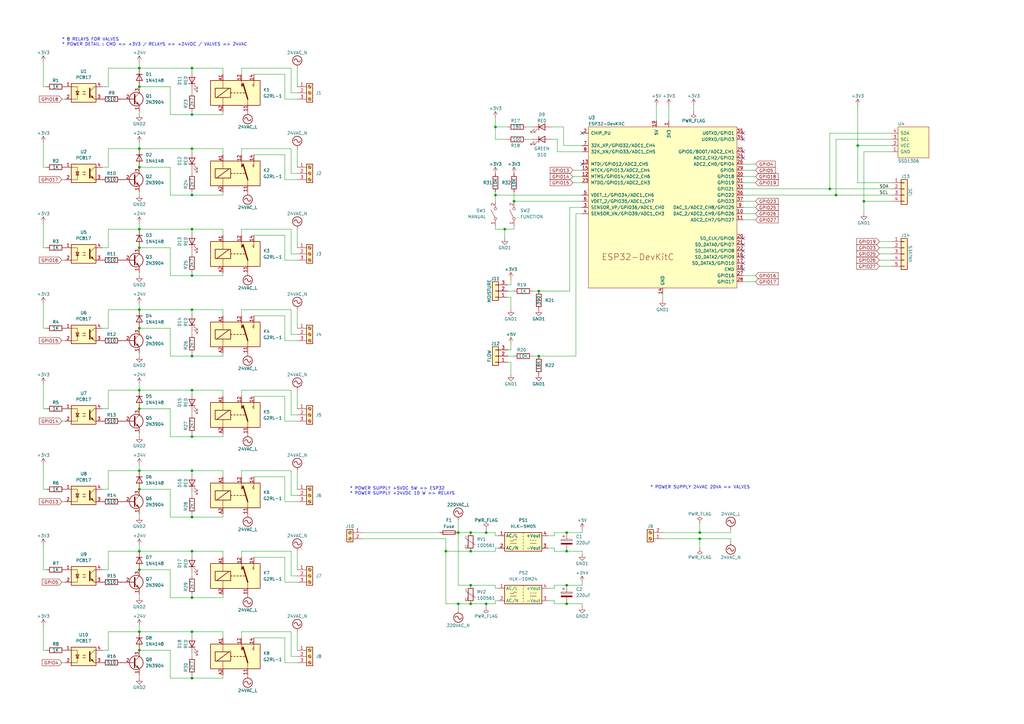
<source format=kicad_sch>
(kicad_sch (version 20230121) (generator eeschema)
  (paper "A3")
  (title_block (title "ESP32_Sprinkle_Timer_Schematic ") (date "2023-07-12") (rev "1"))
  (junction (at 232.41 218.44))
  (junction (at 220.98 119.38))
  (junction (at 78.74 27.94))
  (junction (at 57.15 226.06))
  (junction (at 232.41 226.06))
  (junction (at 287.02 220.98))
  (junction (at 57.15 127))
  (junction (at 193.04 240.03))
  (junction (at 57.15 160.02))
  (junction (at 57.15 259.08))
  (junction (at 340.36 77.47))
  (junction (at 57.15 93.98))
  (junction (at 57.15 200.66))
  (junction (at 78.74 245.11))
  (junction (at 57.15 233.68))
  (junction (at 78.74 127))
  (junction (at 57.15 60.96))
  (junction (at 203.2 52.07))
  (junction (at 78.74 179.07))
  (junction (at 57.15 167.64))
  (junction (at 78.74 278.13))
  (junction (at 203.2 80.01))
  (junction (at 210.82 82.55))
  (junction (at 354.33 82.55))
  (junction (at 78.74 46.99))
  (junction (at 78.74 93.98))
  (junction (at 287.02 218.44))
  (junction (at 232.41 247.65))
  (junction (at 57.15 35.56))
  (junction (at 207.01 93.98))
  (junction (at 57.15 27.94))
  (junction (at 78.74 259.08))
  (junction (at 232.41 240.03))
  (junction (at 57.15 134.62))
  (junction (at 220.98 146.05))
  (junction (at 193.04 218.44))
  (junction (at 187.96 218.44))
  (junction (at 78.74 60.96))
  (junction (at 199.39 247.65))
  (junction (at 193.04 226.06))
  (junction (at 78.74 160.02))
  (junction (at 57.15 101.6))
  (junction (at 193.04 247.65))
  (junction (at 78.74 113.03))
  (junction (at 57.15 266.7))
  (junction (at 187.96 247.65))
  (junction (at 57.15 68.58))
  (junction (at 57.15 193.04))
  (junction (at 182.88 226.06))
  (junction (at 78.74 80.01))
  (junction (at 342.9 80.01))
  (junction (at 78.74 226.06))
  (junction (at 199.39 218.44))
  (junction (at 351.79 59.69))
  (junction (at 78.74 193.04))
  (junction (at 78.74 212.09))
  (junction (at 78.74 146.05))
  (no_connect (at 304.8 100.33))
  (no_connect (at 238.76 67.31))
  (no_connect (at 304.8 57.15))
  (no_connect (at 304.8 107.95))
  (no_connect (at 304.8 110.49))
  (no_connect (at 304.8 64.77))
  (no_connect (at 304.8 62.23))
  (no_connect (at 304.8 97.79))
  (no_connect (at 304.8 54.61))
  (no_connect (at 304.8 105.41))
  (no_connect (at 304.8 102.87))
  (no_connect (at 238.76 54.61))
  (wire (pts (xy 299.72 220.98) (xy 299.72 222.25)))
  (wire (pts (xy 91.44 93.98) (xy 91.44 96.52)))
  (wire (pts (xy 44.45 134.62) (xy 44.45 127)))
  (wire (pts (xy 287.02 218.44) (xy 299.72 218.44)))
  (wire (pts (xy 116.84 40.64) (xy 121.92 40.64)))
  (wire (pts (xy 25.4 271.78) (xy 26.67 271.78)))
  (wire (pts (xy 119.38 71.12) (xy 121.92 71.12)))
  (wire (pts (xy 99.06 226.06) (xy 119.38 226.06)))
  (wire (pts (xy 99.06 96.52) (xy 99.06 93.98)))
  (wire (pts (xy 57.15 91.44) (xy 57.15 93.98)))
  (wire (pts (xy 340.36 54.61) (xy 340.36 77.47)))
  (wire (pts (xy 193.04 226.06) (xy 203.2 226.06)))
  (wire (pts (xy 121.92 127) (xy 121.92 134.62)))
  (wire (pts (xy 91.44 278.13) (xy 78.74 278.13)))
  (wire (pts (xy 17.78 157.48) (xy 17.78 167.64)))
  (wire (pts (xy 44.45 101.6) (xy 44.45 93.98)))
  (wire (pts (xy 116.84 172.72) (xy 121.92 172.72)))
  (wire (pts (xy 193.04 218.44) (xy 199.39 218.44)))
  (wire (pts (xy 304.8 113.03) (xy 309.88 113.03)))
  (wire (pts (xy 99.06 195.58) (xy 99.06 193.04)))
  (wire (pts (xy 104.14 63.5) (xy 116.84 63.5)))
  (wire (pts (xy 69.85 245.11) (xy 69.85 233.68)))
  (wire (pts (xy 232.41 240.03) (xy 238.76 240.03)))
  (wire (pts (xy 234.95 72.39) (xy 238.76 72.39)))
  (wire (pts (xy 299.72 217.17) (xy 299.72 218.44)))
  (wire (pts (xy 208.28 148.59) (xy 209.55 148.59)))
  (wire (pts (xy 351.79 74.93) (xy 365.76 74.93)))
  (wire (pts (xy 17.78 190.5) (xy 17.78 200.66)))
  (wire (pts (xy 78.74 78.74) (xy 78.74 80.01)))
  (wire (pts (xy 104.14 261.62) (xy 116.84 261.62)))
  (wire (pts (xy 203.2 226.06) (xy 203.2 224.79)))
  (wire (pts (xy 220.98 119.38) (xy 233.68 119.38)))
  (wire (pts (xy 208.28 143.51) (xy 209.55 143.51)))
  (wire (pts (xy 271.78 120.65) (xy 271.78 123.19)))
  (wire (pts (xy 78.74 135.89) (xy 78.74 137.16)))
  (wire (pts (xy 91.44 146.05) (xy 78.74 146.05)))
  (wire (pts (xy 17.78 91.44) (xy 17.78 101.6)))
  (wire (pts (xy 91.44 193.04) (xy 91.44 195.58)))
  (wire (pts (xy 199.39 218.44) (xy 203.2 218.44)))
  (wire (pts (xy 227.33 246.38) (xy 224.79 246.38)))
  (wire (pts (xy 203.2 247.65) (xy 199.39 247.65)))
  (wire (pts (xy 226.06 52.07) (xy 231.14 52.07)))
  (wire (pts (xy 226.06 57.15) (xy 228.6 57.15)))
  (wire (pts (xy 210.82 82.55) (xy 238.76 82.55)))
  (wire (pts (xy 304.8 80.01) (xy 342.9 80.01)))
  (wire (pts (xy 182.88 220.98) (xy 182.88 226.06)))
  (wire (pts (xy 57.15 60.96) (xy 78.74 60.96)))
  (wire (pts (xy 304.8 72.39) (xy 309.88 72.39)))
  (wire (pts (xy 238.76 240.03) (xy 238.76 238.76)))
  (wire (pts (xy 78.74 259.08) (xy 91.44 259.08)))
  (wire (pts (xy 44.45 266.7) (xy 41.91 266.7)))
  (wire (pts (xy 365.76 57.15) (xy 342.9 57.15)))
  (wire (pts (xy 104.14 96.52) (xy 116.84 96.52)))
  (wire (pts (xy 119.38 127) (xy 119.38 137.16)))
  (wire (pts (xy 360.68 106.68) (xy 365.76 106.68)))
  (wire (pts (xy 91.44 212.09) (xy 91.44 210.82)))
  (wire (pts (xy 342.9 57.15) (xy 342.9 80.01)))
  (wire (pts (xy 193.04 240.03) (xy 187.96 240.03)))
  (wire (pts (xy 227.33 218.44) (xy 232.41 218.44)))
  (wire (pts (xy 351.79 59.69) (xy 365.76 59.69)))
  (wire (pts (xy 119.38 236.22) (xy 121.92 236.22)))
  (wire (pts (xy 207.01 93.98) (xy 203.2 93.98)))
  (wire (pts (xy 78.74 193.04) (xy 91.44 193.04)))
  (wire (pts (xy 78.74 93.98) (xy 91.44 93.98)))
  (wire (pts (xy 91.44 226.06) (xy 91.44 228.6)))
  (wire (pts (xy 203.2 93.98) (xy 203.2 92.71)))
  (wire (pts (xy 17.78 223.52) (xy 17.78 233.68)))
  (wire (pts (xy 44.45 259.08) (xy 57.15 259.08)))
  (wire (pts (xy 57.15 223.52) (xy 57.15 226.06)))
  (wire (pts (xy 227.33 218.44) (xy 227.33 219.71)))
  (wire (pts (xy 238.76 62.23) (xy 228.6 62.23)))
  (wire (pts (xy 116.84 228.6) (xy 116.84 238.76)))
  (wire (pts (xy 304.8 77.47) (xy 340.36 77.47)))
  (wire (pts (xy 69.85 146.05) (xy 69.85 134.62)))
  (wire (pts (xy 203.2 224.79) (xy 204.47 224.79)))
  (wire (pts (xy 78.74 161.29) (xy 78.74 160.02)))
  (wire (pts (xy 304.8 67.31) (xy 309.88 67.31)))
  (wire (pts (xy 203.2 80.01) (xy 238.76 80.01)))
  (wire (pts (xy 231.14 52.07) (xy 231.14 59.69)))
  (wire (pts (xy 119.38 60.96) (xy 119.38 71.12)))
  (wire (pts (xy 99.06 193.04) (xy 119.38 193.04)))
  (wire (pts (xy 57.15 226.06) (xy 78.74 226.06)))
  (wire (pts (xy 304.8 85.09) (xy 309.88 85.09)))
  (wire (pts (xy 25.4 205.74) (xy 26.67 205.74)))
  (wire (pts (xy 25.4 172.72) (xy 26.67 172.72)))
  (wire (pts (xy 78.74 212.09) (xy 69.85 212.09)))
  (wire (pts (xy 116.84 106.68) (xy 121.92 106.68)))
  (wire (pts (xy 304.8 87.63) (xy 309.88 87.63)))
  (wire (pts (xy 57.15 266.7) (xy 69.85 266.7)))
  (wire (pts (xy 91.44 259.08) (xy 91.44 261.62)))
  (wire (pts (xy 203.2 78.74) (xy 203.2 80.01)))
  (wire (pts (xy 91.44 245.11) (xy 91.44 243.84)))
  (wire (pts (xy 269.24 43.18) (xy 269.24 49.53)))
  (wire (pts (xy 121.92 93.98) (xy 121.92 101.6)))
  (wire (pts (xy 99.06 63.5) (xy 99.06 60.96)))
  (wire (pts (xy 119.38 226.06) (xy 119.38 236.22)))
  (wire (pts (xy 44.45 27.94) (xy 57.15 27.94)))
  (wire (pts (xy 104.14 228.6) (xy 116.84 228.6)))
  (wire (pts (xy 91.44 46.99) (xy 91.44 45.72)))
  (wire (pts (xy 99.06 93.98) (xy 119.38 93.98)))
  (wire (pts (xy 78.74 245.11) (xy 69.85 245.11)))
  (wire (pts (xy 116.84 205.74) (xy 121.92 205.74)))
  (wire (pts (xy 238.76 226.06) (xy 238.76 227.33)))
  (wire (pts (xy 360.68 109.22) (xy 365.76 109.22)))
  (wire (pts (xy 17.78 134.62) (xy 19.05 134.62)))
  (wire (pts (xy 99.06 30.48) (xy 99.06 27.94)))
  (wire (pts (xy 91.44 60.96) (xy 91.44 63.5)))
  (wire (pts (xy 78.74 168.91) (xy 78.74 170.18)))
  (wire (pts (xy 25.4 73.66) (xy 26.67 73.66)))
  (wire (pts (xy 78.74 260.35) (xy 78.74 259.08)))
  (wire (pts (xy 57.15 35.56) (xy 69.85 35.56)))
  (wire (pts (xy 44.45 200.66) (xy 41.91 200.66)))
  (wire (pts (xy 91.44 127) (xy 91.44 129.54)))
  (wire (pts (xy 78.74 227.33) (xy 78.74 226.06)))
  (wire (pts (xy 57.15 167.64) (xy 69.85 167.64)))
  (wire (pts (xy 17.78 266.7) (xy 19.05 266.7)))
  (wire (pts (xy 91.44 245.11) (xy 78.74 245.11)))
  (wire (pts (xy 44.45 60.96) (xy 57.15 60.96)))
  (wire (pts (xy 116.84 162.56) (xy 116.84 172.72)))
  (wire (pts (xy 271.78 220.98) (xy 287.02 220.98)))
  (wire (pts (xy 228.6 57.15) (xy 228.6 62.23)))
  (wire (pts (xy 208.28 119.38) (xy 210.82 119.38)))
  (wire (pts (xy 78.74 160.02) (xy 91.44 160.02)))
  (wire (pts (xy 57.15 58.42) (xy 57.15 60.96)))
  (wire (pts (xy 99.06 129.54) (xy 99.06 127)))
  (wire (pts (xy 78.74 46.99) (xy 69.85 46.99)))
  (wire (pts (xy 57.15 278.13) (xy 57.15 276.86)))
  (wire (pts (xy 116.84 261.62) (xy 116.84 271.78)))
  (wire (pts (xy 99.06 27.94) (xy 119.38 27.94)))
  (wire (pts (xy 78.74 144.78) (xy 78.74 146.05)))
  (wire (pts (xy 116.84 129.54) (xy 116.84 139.7)))
  (wire (pts (xy 57.15 25.4) (xy 57.15 27.94)))
  (wire (pts (xy 116.84 195.58) (xy 116.84 205.74)))
  (wire (pts (xy 234.95 69.85) (xy 238.76 69.85)))
  (wire (pts (xy 208.28 116.84) (xy 209.55 116.84)))
  (wire (pts (xy 204.47 246.38) (xy 203.2 246.38)))
  (wire (pts (xy 78.74 80.01) (xy 69.85 80.01)))
  (wire (pts (xy 57.15 157.48) (xy 57.15 160.02)))
  (wire (pts (xy 57.15 46.99) (xy 57.15 45.72)))
  (wire (pts (xy 57.15 233.68) (xy 69.85 233.68)))
  (wire (pts (xy 215.9 52.07) (xy 218.44 52.07)))
  (wire (pts (xy 121.92 160.02) (xy 121.92 167.64)))
  (wire (pts (xy 233.68 119.38) (xy 233.68 85.09)))
  (wire (pts (xy 17.78 124.46) (xy 17.78 134.62)))
  (wire (pts (xy 238.76 218.44) (xy 238.76 217.17)))
  (wire (pts (xy 232.41 247.65) (xy 238.76 247.65)))
  (wire (pts (xy 91.44 179.07) (xy 91.44 177.8)))
  (wire (pts (xy 304.8 69.85) (xy 309.88 69.85)))
  (wire (pts (xy 44.45 101.6) (xy 41.91 101.6)))
  (wire (pts (xy 354.33 82.55) (xy 365.76 82.55)))
  (wire (pts (xy 99.06 228.6) (xy 99.06 226.06)))
  (wire (pts (xy 199.39 247.65) (xy 193.04 247.65)))
  (wire (pts (xy 25.4 139.7) (xy 26.67 139.7)))
  (wire (pts (xy 227.33 240.03) (xy 232.41 240.03)))
  (wire (pts (xy 91.44 212.09) (xy 78.74 212.09)))
  (wire (pts (xy 121.92 27.94) (xy 121.92 35.56)))
  (wire (pts (xy 116.84 96.52) (xy 116.84 106.68)))
  (wire (pts (xy 57.15 256.54) (xy 57.15 259.08)))
  (wire (pts (xy 44.45 266.7) (xy 44.45 259.08)))
  (wire (pts (xy 78.74 113.03) (xy 69.85 113.03)))
  (wire (pts (xy 17.78 68.58) (xy 19.05 68.58)))
  (wire (pts (xy 203.2 80.01) (xy 203.2 82.55)))
  (wire (pts (xy 78.74 267.97) (xy 78.74 269.24)))
  (wire (pts (xy 236.22 146.05) (xy 220.98 146.05)))
  (wire (pts (xy 44.45 68.58) (xy 44.45 60.96)))
  (wire (pts (xy 57.15 245.11) (xy 57.15 243.84)))
  (wire (pts (xy 57.15 101.6) (xy 69.85 101.6)))
  (wire (pts (xy 78.74 201.93) (xy 78.74 203.2)))
  (wire (pts (xy 78.74 146.05) (xy 69.85 146.05)))
  (wire (pts (xy 78.74 62.23) (xy 78.74 60.96)))
  (wire (pts (xy 227.33 219.71) (xy 224.79 219.71)))
  (wire (pts (xy 78.74 111.76) (xy 78.74 113.03)))
  (wire (pts (xy 44.45 160.02) (xy 57.15 160.02)))
  (wire (pts (xy 227.33 224.79) (xy 224.79 224.79)))
  (wire (pts (xy 187.96 213.36) (xy 187.96 218.44)))
  (wire (pts (xy 78.74 194.31) (xy 78.74 193.04)))
  (wire (pts (xy 354.33 87.63) (xy 354.33 82.55)))
  (wire (pts (xy 209.55 148.59) (xy 209.55 153.67)))
  (wire (pts (xy 44.45 35.56) (xy 44.45 27.94)))
  (wire (pts (xy 209.55 121.92) (xy 209.55 127)))
  (wire (pts (xy 210.82 78.74) (xy 210.82 82.55)))
  (wire (pts (xy 203.2 246.38) (xy 203.2 247.65)))
  (wire (pts (xy 104.14 162.56) (xy 116.84 162.56)))
  (wire (pts (xy 304.8 90.17) (xy 309.88 90.17)))
  (wire (pts (xy 238.76 87.63) (xy 236.22 87.63)))
  (wire (pts (xy 231.14 59.69) (xy 238.76 59.69)))
  (wire (pts (xy 91.44 179.07) (xy 78.74 179.07)))
  (wire (pts (xy 182.88 247.65) (xy 187.96 247.65)))
  (wire (pts (xy 304.8 74.93) (xy 309.88 74.93)))
  (wire (pts (xy 351.79 43.18) (xy 351.79 59.69)))
  (wire (pts (xy 227.33 226.06) (xy 232.41 226.06)))
  (wire (pts (xy 17.78 35.56) (xy 19.05 35.56)))
  (wire (pts (xy 193.04 240.03) (xy 203.2 240.03)))
  (wire (pts (xy 25.4 106.68) (xy 26.67 106.68)))
  (wire (pts (xy 274.32 43.18) (xy 274.32 49.53)))
  (wire (pts (xy 99.06 60.96) (xy 119.38 60.96)))
  (wire (pts (xy 78.74 102.87) (xy 78.74 104.14)))
  (wire (pts (xy 342.9 80.01) (xy 365.76 80.01)))
  (wire (pts (xy 187.96 247.65) (xy 187.96 250.19)))
  (wire (pts (xy 187.96 218.44) (xy 193.04 218.44)))
  (wire (pts (xy 57.15 259.08) (xy 78.74 259.08)))
  (wire (pts (xy 17.78 58.42) (xy 17.78 68.58)))
  (wire (pts (xy 57.15 113.03) (xy 57.15 111.76)))
  (wire (pts (xy 78.74 29.21) (xy 78.74 27.94)))
  (wire (pts (xy 78.74 95.25) (xy 78.74 93.98)))
  (wire (pts (xy 116.84 63.5) (xy 116.84 73.66)))
  (wire (pts (xy 354.33 62.23) (xy 354.33 82.55)))
  (wire (pts (xy 203.2 57.15) (xy 208.28 57.15)))
  (wire (pts (xy 57.15 124.46) (xy 57.15 127)))
  (wire (pts (xy 203.2 52.07) (xy 208.28 52.07)))
  (wire (pts (xy 234.95 74.93) (xy 238.76 74.93)))
  (wire (pts (xy 360.68 99.06) (xy 365.76 99.06)))
  (wire (pts (xy 44.45 127) (xy 57.15 127)))
  (wire (pts (xy 209.55 116.84) (xy 209.55 114.3)))
  (wire (pts (xy 69.85 46.99) (xy 69.85 35.56)))
  (wire (pts (xy 203.2 241.3) (xy 204.47 241.3)))
  (wire (pts (xy 218.44 119.38) (xy 220.98 119.38)))
  (wire (pts (xy 57.15 127) (xy 78.74 127)))
  (wire (pts (xy 287.02 224.79) (xy 287.02 220.98)))
  (wire (pts (xy 119.38 269.24) (xy 121.92 269.24)))
  (wire (pts (xy 91.44 146.05) (xy 91.44 144.78)))
  (wire (pts (xy 119.38 38.1) (xy 121.92 38.1)))
  (wire (pts (xy 224.79 241.3) (xy 227.33 241.3)))
  (wire (pts (xy 148.59 218.44) (xy 180.34 218.44)))
  (wire (pts (xy 57.15 93.98) (xy 78.74 93.98)))
  (wire (pts (xy 91.44 46.99) (xy 78.74 46.99)))
  (wire (pts (xy 78.74 27.94) (xy 91.44 27.94)))
  (wire (pts (xy 78.74 128.27) (xy 78.74 127)))
  (wire (pts (xy 57.15 190.5) (xy 57.15 193.04)))
  (wire (pts (xy 78.74 243.84) (xy 78.74 245.11)))
  (wire (pts (xy 44.45 167.64) (xy 44.45 160.02)))
  (wire (pts (xy 207.01 97.79) (xy 207.01 93.98)))
  (wire (pts (xy 17.78 256.54) (xy 17.78 266.7)))
  (wire (pts (xy 232.41 218.44) (xy 238.76 218.44)))
  (wire (pts (xy 25.4 40.64) (xy 26.67 40.64)))
  (wire (pts (xy 44.45 93.98) (xy 57.15 93.98)))
  (wire (pts (xy 199.39 247.65) (xy 199.39 248.92)))
  (wire (pts (xy 91.44 113.03) (xy 91.44 111.76)))
  (wire (pts (xy 119.38 27.94) (xy 119.38 38.1)))
  (wire (pts (xy 44.45 193.04) (xy 57.15 193.04)))
  (wire (pts (xy 57.15 200.66) (xy 69.85 200.66)))
  (wire (pts (xy 121.92 259.08) (xy 121.92 266.7)))
  (wire (pts (xy 78.74 278.13) (xy 69.85 278.13)))
  (wire (pts (xy 203.2 48.26) (xy 203.2 52.07)))
  (wire (pts (xy 210.82 92.71) (xy 210.82 93.98)))
  (wire (pts (xy 99.06 127) (xy 119.38 127)))
  (wire (pts (xy 116.84 139.7) (xy 121.92 139.7)))
  (wire (pts (xy 236.22 87.63) (xy 236.22 146.05)))
  (wire (pts (xy 17.78 200.66) (xy 19.05 200.66)))
  (wire (pts (xy 116.84 73.66) (xy 121.92 73.66)))
  (wire (pts (xy 227.33 247.65) (xy 232.41 247.65)))
  (wire (pts (xy 99.06 261.62) (xy 99.06 259.08)))
  (wire (pts (xy 199.39 217.17) (xy 199.39 218.44)))
  (wire (pts (xy 187.96 240.03) (xy 187.96 218.44)))
  (wire (pts (xy 78.74 127) (xy 91.44 127)))
  (wire (pts (xy 57.15 68.58) (xy 69.85 68.58)))
  (wire (pts (xy 78.74 69.85) (xy 78.74 71.12)))
  (wire (pts (xy 207.01 93.98) (xy 210.82 93.98)))
  (wire (pts (xy 78.74 36.83) (xy 78.74 38.1)))
  (wire (pts (xy 44.45 233.68) (xy 41.91 233.68)))
  (wire (pts (xy 69.85 113.03) (xy 69.85 101.6)))
  (wire (pts (xy 119.38 170.18) (xy 121.92 170.18)))
  (wire (pts (xy 44.45 226.06) (xy 57.15 226.06)))
  (wire (pts (xy 119.38 203.2) (xy 121.92 203.2)))
  (wire (pts (xy 203.2 240.03) (xy 203.2 241.3)))
  (wire (pts (xy 121.92 60.96) (xy 121.92 68.58)))
  (wire (pts (xy 209.55 140.97) (xy 209.55 143.51)))
  (wire (pts (xy 116.84 30.48) (xy 116.84 40.64)))
  (wire (pts (xy 57.15 212.09) (xy 57.15 210.82)))
  (wire (pts (xy 91.44 160.02) (xy 91.44 162.56)))
  (wire (pts (xy 78.74 226.06) (xy 91.44 226.06)))
  (wire (pts (xy 57.15 27.94) (xy 78.74 27.94)))
  (wire (pts (xy 116.84 271.78) (xy 121.92 271.78)))
  (wire (pts (xy 203.2 219.71) (xy 204.47 219.71)))
  (wire (pts (xy 119.38 93.98) (xy 119.38 104.14)))
  (wire (pts (xy 215.9 57.15) (xy 218.44 57.15)))
  (wire (pts (xy 44.45 233.68) (xy 44.45 226.06)))
  (wire (pts (xy 119.38 160.02) (xy 119.38 170.18)))
  (wire (pts (xy 116.84 238.76) (xy 121.92 238.76)))
  (wire (pts (xy 57.15 134.62) (xy 69.85 134.62)))
  (wire (pts (xy 287.02 214.63) (xy 287.02 218.44)))
  (wire (pts (xy 271.78 218.44) (xy 287.02 218.44)))
  (wire (pts (xy 360.68 104.14) (xy 365.76 104.14)))
  (wire (pts (xy 57.15 179.07) (xy 57.15 177.8)))
  (wire (pts (xy 227.33 226.06) (xy 227.33 224.79)))
  (wire (pts (xy 351.79 59.69) (xy 351.79 74.93)))
  (wire (pts (xy 340.36 77.47) (xy 365.76 77.47)))
  (wire (pts (xy 69.85 212.09) (xy 69.85 200.66)))
  (wire (pts (xy 44.45 68.58) (xy 41.91 68.58)))
  (wire (pts (xy 17.78 101.6) (xy 19.05 101.6)))
  (wire (pts (xy 119.38 104.14) (xy 121.92 104.14)))
  (wire (pts (xy 91.44 80.01) (xy 91.44 78.74)))
  (wire (pts (xy 78.74 179.07) (xy 69.85 179.07)))
  (wire (pts (xy 284.48 45.72) (xy 284.48 43.18)))
  (wire (pts (xy 69.85 278.13) (xy 69.85 266.7)))
  (wire (pts (xy 187.96 247.65) (xy 193.04 247.65)))
  (wire (pts (xy 78.74 45.72) (xy 78.74 46.99)))
  (wire (pts (xy 203.2 218.44) (xy 203.2 219.71)))
  (wire (pts (xy 99.06 259.08) (xy 119.38 259.08)))
  (wire (pts (xy 91.44 80.01) (xy 78.74 80.01)))
  (wire (pts (xy 17.78 233.68) (xy 19.05 233.68)))
  (wire (pts (xy 304.8 82.55) (xy 309.88 82.55)))
  (wire (pts (xy 238.76 247.65) (xy 238.76 248.92)))
  (wire (pts (xy 287.02 220.98) (xy 299.72 220.98)))
  (wire (pts (xy 44.45 200.66) (xy 44.45 193.04)))
  (wire (pts (xy 104.14 129.54) (xy 116.84 129.54)))
  (wire (pts (xy 104.14 30.48) (xy 116.84 30.48)))
  (wire (pts (xy 218.44 146.05) (xy 220.98 146.05)))
  (wire (pts (xy 182.88 226.06) (xy 182.88 247.65)))
  (wire (pts (xy 91.44 278.13) (xy 91.44 276.86)))
  (wire (pts (xy 119.38 259.08) (xy 119.38 269.24)))
  (wire (pts (xy 119.38 193.04) (xy 119.38 203.2)))
  (wire (pts (xy 233.68 85.09) (xy 238.76 85.09)))
  (wire (pts (xy 99.06 162.56) (xy 99.06 160.02)))
  (wire (pts (xy 208.28 146.05) (xy 210.82 146.05)))
  (wire (pts (xy 148.59 220.98) (xy 182.88 220.98)))
  (wire (pts (xy 227.33 241.3) (xy 227.33 240.03)))
  (wire (pts (xy 44.45 35.56) (xy 41.91 35.56)))
  (wire (pts (xy 121.92 226.06) (xy 121.92 233.68)))
  (wire (pts (xy 57.15 146.05) (xy 57.15 144.78)))
  (wire (pts (xy 78.74 60.96) (xy 91.44 60.96)))
  (wire (pts (xy 17.78 167.64) (xy 19.05 167.64)))
  (wire (pts (xy 44.45 167.64) (xy 41.91 167.64)))
  (wire (pts (xy 365.76 54.61) (xy 340.36 54.61)))
  (wire (pts (xy 78.74 276.86) (xy 78.74 278.13)))
  (wire (pts (xy 17.78 25.4) (xy 17.78 35.56)))
  (wire (pts (xy 182.88 226.06) (xy 193.04 226.06)))
  (wire (pts (xy 69.85 179.07) (xy 69.85 167.64)))
  (wire (pts (xy 365.76 62.23) (xy 354.33 62.23)))
  (wire (pts (xy 69.85 80.01) (xy 69.85 68.58)))
  (wire (pts (xy 104.14 195.58) (xy 116.84 195.58)))
  (wire (pts (xy 208.28 121.92) (xy 209.55 121.92)))
  (wire (pts (xy 57.15 193.04) (xy 78.74 193.04)))
  (wire (pts (xy 304.8 115.57) (xy 309.88 115.57)))
  (wire (pts (xy 78.74 234.95) (xy 78.74 236.22)))
  (wire (pts (xy 360.68 101.6) (xy 365.76 101.6)))
  (wire (pts (xy 78.74 210.82) (xy 78.74 212.09)))
  (wire (pts (xy 121.92 193.04) (xy 121.92 200.66)))
  (wire (pts (xy 91.44 113.03) (xy 78.74 113.03)))
  (wire (pts (xy 25.4 238.76) (xy 26.67 238.76)))
  (wire (pts (xy 203.2 52.07) (xy 203.2 57.15)))
  (wire (pts (xy 78.74 177.8) (xy 78.74 179.07)))
  (wire (pts (xy 232.41 226.06) (xy 238.76 226.06)))
  (wire (pts (xy 57.15 160.02) (xy 78.74 160.02)))
  (wire (pts (xy 119.38 137.16) (xy 121.92 137.16)))
  (wire (pts (xy 227.33 247.65) (xy 227.33 246.38)))
  (wire (pts (xy 99.06 160.02) (xy 119.38 160.02)))
  (wire (pts (xy 44.45 134.62) (xy 41.91 134.62)))
  (wire (pts (xy 57.15 80.01) (xy 57.15 78.74)))
  (wire (pts (xy 91.44 27.94) (xy 91.44 30.48)))
  (text "* POWER SUPPLY +5VDC 5W => ESP32\n* POWER SUPPLY +24VDC 10 W => RELAYS" (at 143.51 203.2 0) (effects (font (size 1.27 1.27)) (justify left bottom)))
  (text "* 8 RELAYS FOR VALVES\n* POWER DETAIL : CMD => +3V3 / RELAYS => +24VDC / VALVES => 24VAC\n" (at 25.4 19.05 0) (effects (font (size 1.27 1.27)) (justify left bottom)))
  (text "* POWER SUPPLY 24VAC 20VA => VALVES" (at 266.7 200.66 0) (effects (font (size 1.27 1.27)) (justify left bottom)))
  (label "SCL" (at 360.68 80.01 0))
  (label "SDA" (at 360.68 77.47 0))
  (global_label "GPIO17" (shape input) (at 25.4 73.66 180) (property "Intersheetrefs" "${INTERSHEET_REFS}" (effects hide)))
  (global_label "GPIO13" (shape input) (at 234.95 69.85 180) (property "Intersheetrefs" "${INTERSHEET_REFS}" (effects hide)))
  (global_label "GPIO14" (shape input) (at 234.95 72.39 180) (property "Intersheetrefs" "${INTERSHEET_REFS}" (effects hide)))
  (global_label "GPIO4" (shape input) (at 25.4 271.78 180) (property "Intersheetrefs" "${INTERSHEET_REFS}" (effects hide)))
  (global_label "GPIO18" (shape input) (at 309.88 72.39 0) (property "Intersheetrefs" "${INTERSHEET_REFS}" (effects hide)))
  (global_label "GPIO17" (shape input) (at 309.88 115.57 0) (property "Intersheetrefs" "${INTERSHEET_REFS}" (effects hide)))
  (global_label "GPIO23" (shape input) (at 360.68 101.6 180) (property "Intersheetrefs" "${INTERSHEET_REFS}" (effects hide)))
  (global_label "GPIO25" (shape input) (at 309.88 85.09 0) (property "Intersheetrefs" "${INTERSHEET_REFS}" (effects hide)))
  (global_label "GPIO16" (shape input) (at 25.4 106.68 180) (property "Intersheetrefs" "${INTERSHEET_REFS}" (effects hide)))
  (global_label "GPIO18" (shape input) (at 25.4 40.64 180) (property "Intersheetrefs" "${INTERSHEET_REFS}" (effects hide)))
  (global_label "GPIO19" (shape input) (at 360.68 99.06 180) (property "Intersheetrefs" "${INTERSHEET_REFS}" (effects hide)))
  (global_label "GPIO14" (shape input) (at 25.4 172.72 180) (property "Intersheetrefs" "${INTERSHEET_REFS}" (effects hide)))
  (global_label "GPIO15" (shape input) (at 25.4 139.7 180) (property "Intersheetrefs" "${INTERSHEET_REFS}" (effects hide)))
  (global_label "GPIO16" (shape input) (at 309.88 113.03 0) (property "Intersheetrefs" "${INTERSHEET_REFS}" (effects hide)))
  (global_label "GPIO25" (shape input) (at 360.68 104.14 180) (property "Intersheetrefs" "${INTERSHEET_REFS}" (effects hide)))
  (global_label "GPIO13" (shape input) (at 25.4 205.74 180) (property "Intersheetrefs" "${INTERSHEET_REFS}" (effects hide)))
  (global_label "GPIO27" (shape input) (at 309.88 90.17 0) (property "Intersheetrefs" "${INTERSHEET_REFS}" (effects hide)))
  (global_label "GPIO26" (shape input) (at 309.88 87.63 0) (property "Intersheetrefs" "${INTERSHEET_REFS}" (effects hide)))
  (global_label "GPIO19" (shape input) (at 309.88 74.93 0) (property "Intersheetrefs" "${INTERSHEET_REFS}" (effects hide)))
  (global_label "GPIO5" (shape input) (at 25.4 238.76 180) (property "Intersheetrefs" "${INTERSHEET_REFS}" (effects hide)))
  (global_label "GPIO5" (shape input) (at 309.88 69.85 0) (property "Intersheetrefs" "${INTERSHEET_REFS}" (effects hide)))
  (global_label "GPIO4" (shape input) (at 309.88 67.31 0) (property "Intersheetrefs" "${INTERSHEET_REFS}" (effects hide)))
  (global_label "GPIO26" (shape input) (at 360.68 106.68 180) (property "Intersheetrefs" "${INTERSHEET_REFS}" (effects hide)))
  (global_label "GPIO15" (shape input) (at 234.95 74.93 180) (property "Intersheetrefs" "${INTERSHEET_REFS}" (effects hide)))
  (global_label "GPIO27" (shape input) (at 360.68 109.22 180) (property "Intersheetrefs" "${INTERSHEET_REFS}" (effects hide)))
  (global_label "GPIO23" (shape input) (at 309.88 82.55 0) (property "Intersheetrefs" "${INTERSHEET_REFS}" (effects hide)))
  (symbol (lib_id "Connector:Screw_Terminal_01x02") (at 143.51 218.44 0) (mirror y) (unit 1)
    (property "Reference" "J10" (at 143.51 215.9 0))
    (property "Value" "Screw_Terminal_01x02" (effects hide))
    (property "Footprint" "TerminalBlock:TerminalBlock_bornier-2_P5.08mm" (effects hide))
  )
  (symbol (lib_name "AC_2") (lib_id "power:AC") (at 121.92 226.06 0) (unit 1)
    (property "Reference" "#PWR039" (effects hide))
    (property "Value" "24VAC_N" (at 121.92 219.71 0))
  )
  (symbol (lib_id "Device:R") (at 214.63 119.38 90) (unit 1)
    (property "Reference" "R19" (at 215.9 116.84 90) (effects (justify left)))
    (property "Value" "1K" (at 214.63 119.38 90))
    (property "Footprint" "Resistor_THT:R_Axial_DIN0207_L6.3mm_D2.5mm_P7.62mm_Horizontal" (effects hide))
  )
  (symbol (lib_id "Converter_ACDC:HLK-5M05") (at 214.63 222.25 0) (unit 1)
    (property "Reference" "PS1" (at 214.63 213.36 0))
    (property "Value" "HLK-5M05" (at 214.63 215.9 0))
    (property "Footprint" "Converter_ACDC:Converter_ACDC_HiLink_HLK-5Mxx" (effects hide))
    (property "Datasheet" "http://h.hlktech.com/download/ACDC%E7%94%B5%E6%BA%90%E6%A8%A1%E5%9D%975W%E7%B3%BB%E5%88%97/1/%E6%B5%B7%E5%87%8C%E7%A7%915W%E7%B3%BB%E5%88%97%E7%94%B5%E6%BA%90%E6%A8%A1%E5%9D%97%E8%A7%84%E6%A0%BC%E4%B9%A6V2.8.pdf" (effects hide))
  )
  (symbol (lib_id "power:GND1") (at 220.98 153.67 0) (unit 1)
    (property "Reference" "#PWR050" (effects hide))
    (property "Value" "GND1" (at 220.98 157.48 0))
  )
  (symbol (lib_id "Device:LED") (at 78.74 231.14 90) (unit 1)
    (property "Reference" "D17" (at 73.66 231.14 0))
    (property "Value" "RED" (at 76.2 231.14 0))
    (property "Footprint" "LED_THT:LED_D3.0mm" (effects hide))
  )
  (symbol (lib_id "Relay:G2RL-1") (at 96.52 71.12 0) (unit 1)
    (property "Reference" "K2" (at 107.95 69.85 0) (effects (justify left)))
    (property "Value" "G2RL-1" (at 107.95 72.39 0) (effects (justify left)))
    (property "Footprint" "Relay_THT:Relay_SPDT_Omron_G2RL-1" (effects hide))
    (property "Datasheet" "https://omronfs.omron.com/en_US/ecb/products/pdf/en-g2rl.pdf" (effects hide))
  )
  (symbol (lib_id "Relay:G2RL-1") (at 96.52 269.24 0) (unit 1)
    (property "Reference" "K8" (at 107.95 267.97 0) (effects (justify left)))
    (property "Value" "G2RL-1" (at 107.95 270.51 0) (effects (justify left)))
    (property "Footprint" "Relay_THT:Relay_SPDT_Omron_G2RL-1" (effects hide))
    (property "Datasheet" "https://omronfs.omron.com/en_US/ecb/products/pdf/en-g2rl.pdf" (effects hide))
  )
  (symbol (lib_id "Device:R") (at 78.74 207.01 180) (unit 1)
    (property "Reference" "R28" (at 76.2 205.74 90) (effects (justify left)))
    (property "Value" "2K7" (at 78.74 207.01 90))
    (property "Footprint" "Resistor_THT:R_Axial_DIN0207_L6.3mm_D2.5mm_P7.62mm_Horizontal" (effects hide))
  )
  (symbol (lib_id "power:GND1") (at 207.01 97.79 0) (unit 1)
    (property "Reference" "#PWR044" (effects hide))
    (property "Value" "GND1" (at 207.01 101.6 0))
  )
  (symbol (lib_id "Device:R") (at 22.86 68.58 270) (unit 1)
    (property "Reference" "R2" (at 22.86 66.04 90))
    (property "Value" "1K" (at 22.86 68.58 90))
    (property "Footprint" "Resistor_THT:R_Axial_DIN0207_L6.3mm_D2.5mm_P7.62mm_Horizontal" (effects hide))
  )
  (symbol (lib_id "Device:R") (at 45.72 139.7 90) (unit 1)
    (property "Reference" "R12" (at 45.72 137.16 90))
    (property "Value" "510" (at 45.72 139.7 90))
    (property "Footprint" "Resistor_THT:R_Axial_DIN0207_L6.3mm_D2.5mm_P7.62mm_Horizontal" (effects hide))
  )
  (symbol (lib_id "Device:LED") (at 78.74 264.16 90) (unit 1)
    (property "Reference" "D18" (at 73.66 264.16 0))
    (property "Value" "RED" (at 76.2 264.16 0))
    (property "Footprint" "LED_THT:LED_D3.0mm" (effects hide))
  )
  (symbol (lib_id "Relay:G2RL-1") (at 96.52 38.1 0) (unit 1)
    (property "Reference" "K1" (at 107.95 36.83 0) (effects (justify left)))
    (property "Value" "G2RL-1" (at 107.95 39.37 0) (effects (justify left)))
    (property "Footprint" "Relay_THT:Relay_SPDT_Omron_G2RL-1" (effects hide))
    (property "Datasheet" "https://omronfs.omron.com/en_US/ecb/products/pdf/en-g2rl.pdf" (effects hide))
  )
  (symbol (lib_id "power:GND2") (at 238.76 248.92 0) (unit 1)
    (property "Reference" "#PWR054" (effects hide))
    (property "Value" "GND2" (at 238.76 252.73 0))
  )
  (symbol (lib_id "Transistor_BJT:2N3904") (at 54.61 205.74 0) (unit 1)
    (property "Reference" "Q6" (at 59.69 204.47 0) (effects (justify left)))
    (property "Value" "2N3904" (at 59.69 207.01 0) (effects (justify left)))
    (property "Footprint" "Package_TO_SOT_THT:TO-92_Inline_Wide" (effects hide))
    (property "Datasheet" "https://www.onsemi.com/pub/Collateral/2N3903-D.PDF" (effects hide))
  )
  (symbol (lib_id "Device:R") (at 78.74 173.99 180) (unit 1)
    (property "Reference" "R27" (at 76.2 172.72 90) (effects (justify left)))
    (property "Value" "2K7" (at 78.74 173.99 90))
    (property "Footprint" "Resistor_THT:R_Axial_DIN0207_L6.3mm_D2.5mm_P7.62mm_Horizontal" (effects hide))
  )
  (symbol (lib_id "power:PWR_FLAG") (at 199.39 248.92 180) (unit 1)
    (property "Reference" "#FLG04" (effects hide))
    (property "Value" "PWR_FLAG" (at 199.39 252.73 0))
  )
  (symbol (lib_id "power:+3V3") (at 17.78 157.48 0) (unit 1)
    (property "Reference" "#PWR05" (effects hide))
    (property "Value" "+3V3" (at 17.78 153.67 0))
  )
  (symbol (lib_id "power:+24V") (at 238.76 238.76 0) (unit 1)
    (property "Reference" "#PWR053" (effects hide))
    (property "Value" "+24V" (at 238.76 234.95 0))
  )
  (symbol (lib_name "AC_4") (lib_id "power:AC") (at 187.96 213.36 0) (unit 1)
    (property "Reference" "#PWR062" (effects hide))
    (property "Value" "220VAC_L" (at 187.96 207.01 0))
  )
  (symbol (lib_id "Isolator:PC817") (at 34.29 137.16 0) (unit 1)
    (property "Reference" "U6" (at 34.29 128.27 0))
    (property "Value" "PC817" (at 34.29 130.81 0))
    (property "Footprint" "Package_DIP:DIP-4_W7.62mm" (effects hide))
    (property "Datasheet" "http://www.soselectronic.cz/a_info/resource/d/pc817.pdf" (effects hide))
  )
  (symbol (lib_id "Transistor_BJT:2N3904") (at 54.61 139.7 0) (unit 1)
    (property "Reference" "Q4" (at 59.69 138.43 0) (effects (justify left)))
    (property "Value" "2N3904" (at 59.69 140.97 0) (effects (justify left)))
    (property "Footprint" "Package_TO_SOT_THT:TO-92_Inline_Wide" (effects hide))
    (property "Datasheet" "https://www.onsemi.com/pub/Collateral/2N3903-D.PDF" (effects hide))
  )
  (symbol (lib_id "Transistor_BJT:2N3904") (at 54.61 172.72 0) (unit 1)
    (property "Reference" "Q5" (at 59.69 171.45 0) (effects (justify left)))
    (property "Value" "2N3904" (at 59.69 173.99 0) (effects (justify left)))
    (property "Footprint" "Package_TO_SOT_THT:TO-92_Inline_Wide" (effects hide))
    (property "Datasheet" "https://www.onsemi.com/pub/Collateral/2N3903-D.PDF" (effects hide))
  )
  (symbol (lib_id "Transistor_BJT:2N3904") (at 54.61 238.76 0) (unit 1)
    (property "Reference" "Q7" (at 59.69 237.49 0) (effects (justify left)))
    (property "Value" "2N3904" (at 59.69 240.03 0) (effects (justify left)))
    (property "Footprint" "Package_TO_SOT_THT:TO-92_Inline_Wide" (effects hide))
    (property "Datasheet" "https://www.onsemi.com/pub/Collateral/2N3903-D.PDF" (effects hide))
  )
  (symbol (lib_id "Transistor_BJT:2N3904") (at 54.61 40.64 0) (unit 1)
    (property "Reference" "Q1" (at 59.69 39.37 0) (effects (justify left)))
    (property "Value" "2N3904" (at 59.69 41.91 0) (effects (justify left)))
    (property "Footprint" "Package_TO_SOT_THT:TO-92_Inline_Wide" (effects hide))
    (property "Datasheet" "https://www.onsemi.com/pub/Collateral/2N3903-D.PDF" (effects hide))
  )
  (symbol (lib_id "power:GND1") (at 220.98 127 0) (unit 1)
    (property "Reference" "#PWR049" (effects hide))
    (property "Value" "GND1" (at 220.98 130.81 0))
  )
  (symbol (lib_id "Switch:SW_SPST") (at 210.82 87.63 90) (unit 1)
    (property "Reference" "SW2" (at 213.36 86.36 90) (effects (justify right)))
    (property "Value" "FUNCTION" (at 213.36 88.9 90) (effects (justify right)))
    (property "Footprint" "Button_Switch_THT:SW_PUSH-12mm" (effects hide))
  )
  (symbol (lib_id "power:+24V") (at 57.15 157.48 0) (unit 1)
    (property "Reference" "#PWR017" (effects hide))
    (property "Value" "+24V" (at 57.15 153.67 0))
  )
  (symbol (lib_id "power:GND2") (at 57.15 113.03 0) (unit 1)
    (property "Reference" "#PWR014" (effects hide))
    (property "Value" "GND2" (at 57.15 116.84 0))
  )
  (symbol (lib_id "Device:R") (at 78.74 74.93 180) (unit 1)
    (property "Reference" "R24" (at 76.2 73.66 90) (effects (justify left)))
    (property "Value" "2K7" (at 78.74 74.93 90))
    (property "Footprint" "Resistor_THT:R_Axial_DIN0207_L6.3mm_D2.5mm_P7.62mm_Horizontal" (effects hide))
  )
  (symbol (lib_id "Switch:SW_SPST") (at 203.2 87.63 90) (unit 1)
    (property "Reference" "SW1" (at 199.39 86.36 90) (effects (justify left)))
    (property "Value" "MANUAL" (at 199.39 88.9 90) (effects (justify left)))
    (property "Footprint" "Button_Switch_THT:SW_PUSH-12mm" (effects hide))
  )
  (symbol (lib_id "power:+3V3") (at 17.78 91.44 0) (unit 1)
    (property "Reference" "#PWR03" (effects hide))
    (property "Value" "+3V3" (at 17.78 87.63 0))
  )
  (symbol (lib_name "AC_2") (lib_id "power:AC") (at 121.92 93.98 0) (unit 1)
    (property "Reference" "#PWR035" (effects hide))
    (property "Value" "24VAC_N" (at 121.92 87.63 0))
  )
  (symbol (lib_id "power:PWR_FLAG") (at 287.02 214.63 0) (unit 1)
    (property "Reference" "#FLG01" (effects hide))
    (property "Value" "PWR_FLAG" (at 287.02 210.82 0))
  )
  (symbol (lib_id "power:+3V3") (at 17.78 58.42 0) (unit 1)
    (property "Reference" "#PWR02" (effects hide))
    (property "Value" "+3V3" (at 17.78 54.61 0))
  )
  (symbol (lib_name "AC_1") (lib_id "power:AC") (at 101.6 210.82 180) (unit 1)
    (property "Reference" "#PWR030" (effects hide))
    (property "Value" "24VAC_L" (at 101.6 217.17 0))
  )
  (symbol (lib_id "Device:R") (at 22.86 233.68 270) (unit 1)
    (property "Reference" "R7" (at 22.86 231.14 90))
    (property "Value" "1K" (at 22.86 233.68 90))
    (property "Footprint" "Resistor_THT:R_Axial_DIN0207_L6.3mm_D2.5mm_P7.62mm_Horizontal" (effects hide))
  )
  (symbol (lib_id "Isolator:PC817") (at 34.29 269.24 0) (unit 1)
    (property "Reference" "U10" (at 34.29 260.35 0))
    (property "Value" "PC817" (at 34.29 262.89 0))
    (property "Footprint" "Package_DIP:DIP-4_W7.62mm" (effects hide))
    (property "Datasheet" "http://www.soselectronic.cz/a_info/resource/d/pc817.pdf" (effects hide))
  )
  (symbol (lib_id "Relay:G2RL-1") (at 96.52 236.22 0) (unit 1)
    (property "Reference" "K7" (at 107.95 234.95 0) (effects (justify left)))
    (property "Value" "G2RL-1" (at 107.95 237.49 0) (effects (justify left)))
    (property "Footprint" "Relay_THT:Relay_SPDT_Omron_G2RL-1" (effects hide))
    (property "Datasheet" "https://omronfs.omron.com/en_US/ecb/products/pdf/en-g2rl.pdf" (effects hide))
  )
  (symbol (lib_id "Device:R") (at 203.2 74.93 0) (unit 1)
    (property "Reference" "R31" (at 198.12 74.93 0) (effects (justify left)))
    (property "Value" "10K" (at 203.2 74.93 90))
    (property "Footprint" "Resistor_THT:R_Axial_DIN0207_L6.3mm_D2.5mm_P7.62mm_Horizontal" (effects hide))
  )
  (symbol (lib_name "AC_1") (lib_id "power:AC") (at 101.6 144.78 180) (unit 1)
    (property "Reference" "#PWR028" (effects hide))
    (property "Value" "24VAC_L" (at 101.6 151.13 0))
  )
  (symbol (lib_id "Transistor_BJT:2N3904") (at 54.61 106.68 0) (unit 1)
    (property "Reference" "Q3" (at 59.69 105.41 0) (effects (justify left)))
    (property "Value" "2N3904" (at 59.69 107.95 0) (effects (justify left)))
    (property "Footprint" "Package_TO_SOT_THT:TO-92_Inline_Wide" (effects hide))
    (property "Datasheet" "https://www.onsemi.com/pub/Collateral/2N3903-D.PDF" (effects hide))
  )
  (symbol (lib_id "power:+3V3") (at 17.78 190.5 0) (unit 1)
    (property "Reference" "#PWR06" (effects hide))
    (property "Value" "+3V3" (at 17.78 186.69 0))
  )
  (symbol (lib_id "Isolator:PC817") (at 34.29 236.22 0) (unit 1)
    (property "Reference" "U9" (at 34.29 227.33 0))
    (property "Value" "PC817" (at 34.29 229.87 0))
    (property "Footprint" "Package_DIP:DIP-4_W7.62mm" (effects hide))
    (property "Datasheet" "http://www.soselectronic.cz/a_info/resource/d/pc817.pdf" (effects hide))
  )
  (symbol (lib_name "AC_2") (lib_id "power:AC") (at 121.92 259.08 0) (unit 1)
    (property "Reference" "#PWR040" (effects hide))
    (property "Value" "24VAC_N" (at 121.92 252.73 0))
  )
  (symbol (lib_id "Device:R") (at 45.72 40.64 90) (unit 1)
    (property "Reference" "R9" (at 45.72 38.1 90))
    (property "Value" "510" (at 45.72 40.64 90))
    (property "Footprint" "Resistor_THT:R_Axial_DIN0207_L6.3mm_D2.5mm_P7.62mm_Horizontal" (effects hide))
  )
  (symbol (lib_id "Device:R") (at 78.74 273.05 180) (unit 1)
    (property "Reference" "R30" (at 76.2 271.78 90) (effects (justify left)))
    (property "Value" "2K7" (at 78.74 273.05 90))
    (property "Footprint" "Resistor_THT:R_Axial_DIN0207_L6.3mm_D2.5mm_P7.62mm_Horizontal" (effects hide))
  )
  (symbol (lib_id "Device:R") (at 22.86 35.56 270) (unit 1)
    (property "Reference" "R1" (at 22.86 33.02 90))
    (property "Value" "1K" (at 22.86 35.56 90))
    (property "Footprint" "Resistor_THT:R_Axial_DIN0207_L6.3mm_D2.5mm_P7.62mm_Horizontal" (effects hide))
  )
  (symbol (lib_id "power:+3V3") (at 274.32 43.18 0) (unit 1)
    (property "Reference" "#PWR057" (effects hide))
    (property "Value" "+3V3" (at 274.32 39.37 0))
  )
  (symbol (lib_id "power:+3V3") (at 203.2 71.12 0) (unit 1)
    (property "Reference" "#PWR063" (effects hide))
    (property "Value" "+3V3" (at 203.2 67.31 0))
  )
  (symbol (lib_id "Device:R") (at 78.74 107.95 180) (unit 1)
    (property "Reference" "R25" (at 76.2 106.68 90) (effects (justify left)))
    (property "Value" "2K7" (at 78.74 107.95 90))
    (property "Footprint" "Resistor_THT:R_Axial_DIN0207_L6.3mm_D2.5mm_P7.62mm_Horizontal" (effects hide))
  )
  (symbol (lib_id "Device:R") (at 45.72 73.66 90) (unit 1)
    (property "Reference" "R10" (at 45.72 71.12 90))
    (property "Value" "510" (at 45.72 73.66 90))
    (property "Footprint" "Resistor_THT:R_Axial_DIN0207_L6.3mm_D2.5mm_P7.62mm_Horizontal" (effects hide))
  )
  (symbol (lib_id "Device:R") (at 45.72 271.78 90) (unit 1)
    (property "Reference" "R16" (at 45.72 269.24 90))
    (property "Value" "510" (at 45.72 271.78 90))
    (property "Footprint" "Resistor_THT:R_Axial_DIN0207_L6.3mm_D2.5mm_P7.62mm_Horizontal" (effects hide))
  )
  (symbol (lib_id "Device:LED") (at 78.74 99.06 90) (unit 1)
    (property "Reference" "D13" (at 73.66 99.06 0))
    (property "Value" "RED" (at 76.2 99.06 0))
    (property "Footprint" "LED_THT:LED_D3.0mm" (effects hide))
  )
  (symbol (lib_id "SSD1306-128x64_OLED:SSD1306") (at 374.65 58.42 90) (unit 1)
    (property "Reference" "U4" (at 368.3 50.8 90) (effects (justify right)))
    (property "Value" "SSD1306" (at 368.3 66.04 90) (effects (justify right)))
    (property "Footprint" "footprints:SSD1306_0.96_Oled" (effects hide))
  )
  (symbol (lib_id "Isolator:PC817") (at 34.29 104.14 0) (unit 1)
    (property "Reference" "U5" (at 34.29 95.25 0))
    (property "Value" "PC817" (at 34.29 97.79 0))
    (property "Footprint" "Package_DIP:DIP-4_W7.62mm" (effects hide))
    (property "Datasheet" "http://www.soselectronic.cz/a_info/resource/d/pc817.pdf" (effects hide))
  )
  (symbol (lib_id "power:+3V3") (at 17.78 25.4 0) (unit 1)
    (property "Reference" "#PWR01" (effects hide))
    (property "Value" "+3V3" (at 17.78 21.59 0))
  )
  (symbol (lib_id "Device:R") (at 78.74 240.03 180) (unit 1)
    (property "Reference" "R29" (at 76.2 238.76 90) (effects (justify left)))
    (property "Value" "2K7" (at 78.74 240.03 90))
    (property "Footprint" "Resistor_THT:R_Axial_DIN0207_L6.3mm_D2.5mm_P7.62mm_Horizontal" (effects hide))
  )
  (symbol (lib_id "Device:R") (at 45.72 172.72 90) (unit 1)
    (property "Reference" "R13" (at 45.72 170.18 90))
    (property "Value" "510" (at 45.72 172.72 90))
    (property "Footprint" "Resistor_THT:R_Axial_DIN0207_L6.3mm_D2.5mm_P7.62mm_Horizontal" (effects hide))
  )
  (symbol (lib_name "AC_1") (lib_id "power:AC") (at 101.6 177.8 180) (unit 1)
    (property "Reference" "#PWR029" (effects hide))
    (property "Value" "24VAC_L" (at 101.6 184.15 0))
  )
  (symbol (lib_id "Transistor_BJT:2N3904") (at 54.61 271.78 0) (unit 1)
    (property "Reference" "Q8" (at 59.69 270.51 0) (effects (justify left)))
    (property "Value" "2N3904" (at 59.69 273.05 0) (effects (justify left)))
    (property "Footprint" "Package_TO_SOT_THT:TO-92_Inline_Wide" (effects hide))
    (property "Datasheet" "https://www.onsemi.com/pub/Collateral/2N3903-D.PDF" (effects hide))
  )
  (symbol (lib_name "AC_3") (lib_id "power:AC") (at 187.96 250.19 180) (unit 1)
    (property "Reference" "#PWR061" (effects hide))
    (property "Value" "220VAC_N" (at 187.96 256.54 0))
  )
  (symbol (lib_id "Device:R") (at 45.72 205.74 90) (unit 1)
    (property "Reference" "R14" (at 45.72 203.2 90))
    (property "Value" "510" (at 45.72 205.74 90))
    (property "Footprint" "Resistor_THT:R_Axial_DIN0207_L6.3mm_D2.5mm_P7.62mm_Horizontal" (effects hide))
  )
  (symbol (lib_name "AC_2") (lib_id "power:AC") (at 121.92 60.96 0) (unit 1)
    (property "Reference" "#PWR033" (effects hide))
    (property "Value" "24VAC_N" (at 121.92 54.61 0))
  )
  (symbol (lib_id "Diode:1N4148") (at 57.15 130.81 270) (unit 1)
    (property "Reference" "D4" (at 59.69 129.54 90) (effects (justify left)))
    (property "Value" "1N4148" (at 59.69 132.08 90) (effects (justify left)))
    (property "Footprint" "Diode_THT:D_DO-35_SOD27_P7.62mm_Horizontal" (effects hide))
    (property "Datasheet" "https://assets.nexperia.com/documents/data-sheet/1N4148_1N4448.pdf" (effects hide))
    (property "Sim.Device" "D" (effects hide))
    (property "Sim.Pins" "1=K 2=A" (effects hide))
  )
  (symbol (lib_id "Converter_ACDC:HLK-10M24") (at 214.63 243.84 0) (unit 1)
    (property "Reference" "PS2" (at 214.63 234.95 0))
    (property "Value" "HLK-10M24" (at 214.63 237.49 0))
    (property "Footprint" "Converter_ACDC:Converter_ACDC_HiLink_HLK-10Mxx" (effects hide))
    (property "Datasheet" "http://h.hlktech.com/download/ACDC%E7%94%B5%E6%BA%90%E6%A8%A1%E5%9D%9710W%E7%B3%BB%E5%88%97/1/%E6%B5%B7%E5%87%8C%E7%A7%9110W%E7%B3%BB%E5%88%97%E7%94%B5%E6%BA%90%E6%A8%A1%E5%9D%97%E8%A7%84%E6%A0%BC%E4%B9%A6V1.8.pdf" (effects hide))
  )
  (symbol (lib_id "Device:LED") (at 78.74 165.1 90) (unit 1)
    (property "Reference" "D15" (at 73.66 165.1 0))
    (property "Value" "RED" (at 76.2 165.1 0))
    (property "Footprint" "LED_THT:LED_D3.0mm" (effects hide))
  )
  (symbol (lib_id "Relay:G2RL-1") (at 96.52 137.16 0) (unit 1)
    (property "Reference" "K4" (at 107.95 135.89 0) (effects (justify left)))
    (property "Value" "G2RL-1" (at 107.95 138.43 0) (effects (justify left)))
    (property "Footprint" "Relay_THT:Relay_SPDT_Omron_G2RL-1" (effects hide))
    (property "Datasheet" "https://omronfs.omron.com/en_US/ecb/products/pdf/en-g2rl.pdf" (effects hide))
  )
  (symbol (lib_id "power:+3V3") (at 351.79 43.18 0) (unit 1)
    (property "Reference" "#PWR059" (effects hide))
    (property "Value" "+3V3" (at 351.79 39.37 0))
  )
  (symbol (lib_id "Diode:1N4148") (at 57.15 31.75 270) (unit 1)
    (property "Reference" "D1" (at 59.69 30.48 90) (effects (justify left)))
    (property "Value" "1N4148" (at 59.69 33.02 90) (effects (justify left)))
    (property "Footprint" "Diode_THT:D_DO-35_SOD27_P7.62mm_Horizontal" (effects hide))
    (property "Datasheet" "https://assets.nexperia.com/documents/data-sheet/1N4148_1N4448.pdf" (effects hide))
    (property "Sim.Device" "D" (effects hide))
    (property "Sim.Pins" "1=K 2=A" (effects hide))
  )
  (symbol (lib_id "power:+24V") (at 57.15 91.44 0) (unit 1)
    (property "Reference" "#PWR013" (effects hide))
    (property "Value" "+24V" (at 57.15 87.63 0))
  )
  (symbol (lib_id "power:+3V3") (at 284.48 43.18 0) (unit 1)
    (property "Reference" "#PWR058" (effects hide))
    (property "Value" "+3V3" (at 284.48 39.37 0))
  )
  (symbol (lib_id "power:GND2") (at 57.15 46.99 0) (unit 1)
    (property "Reference" "#PWR010" (effects hide))
    (property "Value" "GND2" (at 57.15 50.8 0))
  )
  (symbol (lib_id "Connector:Screw_Terminal_01x03") (at 127 137.16 0) (unit 1)
    (property "Reference" "J4" (at 129.54 137.16 0) (effects (justify left)))
    (property "Value" "Screw_Terminal_01x03" (effects hide))
    (property "Footprint" "TerminalBlock:TerminalBlock_bornier-3_P5.08mm" (effects hide))
  )
  (symbol (lib_id "Diode:1N4148") (at 57.15 64.77 270) (unit 1)
    (property "Reference" "D2" (at 59.69 63.5 90) (effects (justify left)))
    (property "Value" "1N4148" (at 59.69 66.04 90) (effects (justify left)))
    (property "Footprint" "Diode_THT:D_DO-35_SOD27_P7.62mm_Horizontal" (effects hide))
    (property "Datasheet" "https://assets.nexperia.com/documents/data-sheet/1N4148_1N4448.pdf" (effects hide))
    (property "Sim.Device" "D" (effects hide))
    (property "Sim.Pins" "1=K 2=A" (effects hide))
  )
  (symbol (lib_id "Isolator:PC817") (at 34.29 38.1 0) (unit 1)
    (property "Reference" "U1" (at 34.29 29.21 0))
    (property "Value" "PC817" (at 34.29 31.75 0))
    (property "Footprint" "Package_DIP:DIP-4_W7.62mm" (effects hide))
    (property "Datasheet" "http://www.soselectronic.cz/a_info/resource/d/pc817.pdf" (effects hide))
  )
  (symbol (lib_id "Device:Varistor") (at 193.04 243.84 0) (unit 1)
    (property "Reference" "RV2" (at 195.58 242.7633 0) (effects (justify left)))
    (property "Value" "10D561" (at 195.58 245.3033 0) (effects (justify left)))
    (property "Footprint" "Varistor:RV_Disc_D12mm_W7.5mm_P7.5mm" (effects hide))
    (property "Sim.Name" "kicad_builtin_varistor" (effects hide))
    (property "Sim.Device" "SUBCKT" (effects hide))
    (property "Sim.Pins" "1=A 2=B" (effects hide))
    (property "Sim.Params" "threshold=1k" (effects hide))
    (property "Sim.Library" "${KICAD7_SYMBOL_DIR}/Simulation_SPICE.sp" (effects hide))
  )
  (symbol (lib_id "Device:LED") (at 78.74 33.02 90) (unit 1)
    (property "Reference" "D11" (at 73.66 33.02 0))
    (property "Value" "RED" (at 76.2 33.02 0))
    (property "Footprint" "LED_THT:LED_D3.0mm" (effects hide))
  )
  (symbol (lib_id "power:GND1") (at 271.78 123.19 0) (unit 1)
    (property "Reference" "#PWR056" (effects hide))
    (property "Value" "GND1" (at 271.78 127 0))
  )
  (symbol (lib_name "AC_1") (lib_id "power:AC") (at 101.6 111.76 180) (unit 1)
    (property "Reference" "#PWR027" (effects hide))
    (property "Value" "24VAC_L" (at 101.6 118.11 0))
  )
  (symbol (lib_id "power:GND1") (at 238.76 227.33 0) (unit 1)
    (property "Reference" "#PWR052" (effects hide))
    (property "Value" "GND1" (at 238.76 231.14 0))
  )
  (symbol (lib_id "power:+24V") (at 57.15 190.5 0) (unit 1)
    (property "Reference" "#PWR019" (effects hide))
    (property "Value" "+24V" (at 57.15 186.69 0))
  )
  (symbol (lib_id "Device:R") (at 220.98 123.19 0) (unit 1)
    (property "Reference" "R21" (at 223.52 123.19 0) (effects (justify left)))
    (property "Value" "390" (at 220.98 123.19 90))
    (property "Footprint" "Resistor_THT:R_Axial_DIN0207_L6.3mm_D2.5mm_P7.62mm_Horizontal" (effects hide))
  )
  (symbol (lib_id "Device:R") (at 78.74 41.91 180) (unit 1)
    (property "Reference" "R23" (at 76.2 40.64 90) (effects (justify left)))
    (property "Value" "2K7" (at 78.74 41.91 90))
    (property "Footprint" "Resistor_THT:R_Axial_DIN0207_L6.3mm_D2.5mm_P7.62mm_Horizontal" (effects hide))
  )
  (symbol (lib_id "power:+3V3") (at 17.78 223.52 0) (unit 1)
    (property "Reference" "#PWR07" (effects hide))
    (property "Value" "+3V3" (at 17.78 219.71 0))
  )
  (symbol (lib_id "power:GND1") (at 209.55 127 0) (unit 1)
    (property "Reference" "#PWR046" (effects hide))
    (property "Value" "GND1" (at 209.55 130.81 0))
  )
  (symbol (lib_id "Isolator:PC817") (at 34.29 71.12 0) (unit 1)
    (property "Reference" "U2" (at 34.29 62.23 0))
    (property "Value" "PC817" (at 34.29 64.77 0))
    (property "Footprint" "Package_DIP:DIP-4_W7.62mm" (effects hide))
    (property "Datasheet" "http://www.soselectronic.cz/a_info/resource/d/pc817.pdf" (effects hide))
  )
  (symbol (lib_name "AC_1") (lib_id "power:AC") (at 101.6 243.84 180) (unit 1)
    (property "Reference" "#PWR031" (effects hide))
    (property "Value" "24VAC_L" (at 101.6 250.19 0))
  )
  (symbol (lib_name "AC_2") (lib_id "power:AC") (at 121.92 27.94 0) (unit 1)
    (property "Reference" "#PWR034" (effects hide))
    (property "Value" "24VAC_N" (at 121.92 21.59 0))
  )
  (symbol (lib_name "AC_1") (lib_id "power:AC") (at 101.6 276.86 180) (unit 1)
    (property "Reference" "#PWR032" (effects hide))
    (property "Value" "24VAC_L" (at 101.6 283.21 0))
  )
  (symbol (lib_id "Connector:Screw_Terminal_01x03") (at 127 269.24 0) (unit 1)
    (property "Reference" "J8" (at 129.54 269.24 0) (effects (justify left)))
    (property "Value" "Screw_Terminal_01x03" (effects hide))
    (property "Footprint" "TerminalBlock:TerminalBlock_bornier-3_P5.08mm" (effects hide))
  )
  (symbol (lib_id "Isolator:PC817") (at 34.29 203.2 0) (unit 1)
    (property "Reference" "U8" (at 34.29 194.31 0))
    (property "Value" "PC817" (at 34.29 196.85 0))
    (property "Footprint" "Package_DIP:DIP-4_W7.62mm" (effects hide))
    (property "Datasheet" "http://www.soselectronic.cz/a_info/resource/d/pc817.pdf" (effects hide))
  )
  (symbol (lib_id "power:PWR_FLAG") (at 284.48 45.72 180) (unit 1)
    (property "Reference" "#FLG05" (effects hide))
    (property "Value" "PWR_FLAG" (at 284.48 49.53 0))
  )
  (symbol (lib_id "power:GND1") (at 209.55 153.67 0) (unit 1)
    (property "Reference" "#PWR048" (effects hide))
    (property "Value" "GND1" (at 209.55 157.48 0))
  )
  (symbol (lib_id "Device:LED") (at 78.74 66.04 90) (unit 1)
    (property "Reference" "D12" (at 73.66 66.04 0))
    (property "Value" "RED" (at 76.2 66.04 0))
    (property "Footprint" "LED_THT:LED_D3.0mm" (effects hide))
  )
  (symbol (lib_id "Device:R") (at 22.86 101.6 270) (unit 1)
    (property "Reference" "R3" (at 22.86 99.06 90))
    (property "Value" "1K" (at 22.86 101.6 90))
    (property "Footprint" "Resistor_THT:R_Axial_DIN0207_L6.3mm_D2.5mm_P7.62mm_Horizontal" (effects hide))
  )
  (symbol (lib_id "Connector:Screw_Terminal_01x03") (at 127 170.18 0) (unit 1)
    (property "Reference" "J5" (at 129.54 170.18 0) (effects (justify left)))
    (property "Value" "Screw_Terminal_01x03" (effects hide))
    (property "Footprint" "TerminalBlock:TerminalBlock_bornier-3_P5.08mm" (effects hide))
  )
  (symbol (lib_id "Device:R") (at 220.98 149.86 0) (unit 1)
    (property "Reference" "R22" (at 223.52 149.86 0) (effects (justify left)))
    (property "Value" "18K" (at 220.98 149.86 90))
    (property "Footprint" "Resistor_THT:R_Axial_DIN0207_L6.3mm_D2.5mm_P7.62mm_Horizontal" (effects hide))
  )
  (symbol (lib_id "Device:Varistor") (at 193.04 222.25 0) (unit 1)
    (property "Reference" "RV1" (at 195.58 221.1733 0) (effects (justify left)))
    (property "Value" "10D561" (at 195.58 223.7133 0) (effects (justify left)))
    (property "Footprint" "Varistor:RV_Disc_D12mm_W7.5mm_P7.5mm" (effects hide))
    (property "Sim.Name" "kicad_builtin_varistor" (effects hide))
    (property "Sim.Device" "SUBCKT" (effects hide))
    (property "Sim.Pins" "1=A 2=B" (effects hide))
    (property "Sim.Params" "threshold=1k" (effects hide))
    (property "Sim.Library" "${KICAD7_SYMBOL_DIR}/Simulation_SPICE.sp" (effects hide))
  )
  (symbol (lib_name "AC_2") (lib_id "power:AC") (at 121.92 160.02 0) (unit 1)
    (property "Reference" "#PWR037" (effects hide))
    (property "Value" "24VAC_N" (at 121.92 153.67 0))
  )
  (symbol (lib_id "Connector:Screw_Terminal_01x03") (at 127 71.12 0) (unit 1)
    (property "Reference" "J2" (at 129.54 71.12 0) (effects (justify left)))
    (property "Value" "Screw_Terminal_01x03" (effects hide))
    (property "Footprint" "TerminalBlock:TerminalBlock_bornier-3_P5.08mm" (effects hide))
  )
  (symbol (lib_id "Device:R") (at 78.74 140.97 180) (unit 1)
    (property "Reference" "R26" (at 76.2 139.7 90) (effects (justify left)))
    (property "Value" "2K7" (at 78.74 140.97 90))
    (property "Footprint" "Resistor_THT:R_Axial_DIN0207_L6.3mm_D2.5mm_P7.62mm_Horizontal" (effects hide))
  )
  (symbol (lib_id "Connector:Screw_Terminal_01x03") (at 127 236.22 0) (unit 1)
    (property "Reference" "J7" (at 129.54 236.22 0) (effects (justify left)))
    (property "Value" "Screw_Terminal_01x03" (effects hide))
    (property "Footprint" "TerminalBlock:TerminalBlock_bornier-3_P5.08mm" (effects hide))
  )
  (symbol (lib_id "Device:R") (at 22.86 266.7 270) (unit 1)
    (property "Reference" "R8" (at 22.86 264.16 90))
    (property "Value" "1K" (at 22.86 266.7 90))
    (property "Footprint" "Resistor_THT:R_Axial_DIN0207_L6.3mm_D2.5mm_P7.62mm_Horizontal" (effects hide))
  )
  (symbol (lib_id "Connector_Generic:Conn_01x05") (at 370.84 104.14 0) (unit 1)
    (property "Reference" "J14" (at 369.57 96.52 0) (effects (justify left)))
    (property "Value" "VALVES" (at 373.38 104.14 90))
    (property "Footprint" "Connector_PinHeader_2.54mm:PinHeader_1x05_P2.54mm_Vertical" (effects hide))
  )
  (symbol (lib_id "Diode:1N4148") (at 57.15 97.79 270) (unit 1)
    (property "Reference" "D3" (at 59.69 96.52 90) (effects (justify left)))
    (property "Value" "1N4148" (at 59.69 99.06 90) (effects (justify left)))
    (property "Footprint" "Diode_THT:D_DO-35_SOD27_P7.62mm_Horizontal" (effects hide))
    (property "Datasheet" "https://assets.nexperia.com/documents/data-sheet/1N4148_1N4448.pdf" (effects hide))
    (property "Sim.Device" "D" (effects hide))
    (property "Sim.Pins" "1=K 2=A" (effects hide))
  )
  (symbol (lib_id "power:+5V") (at 269.24 43.18 0) (unit 1)
    (property "Reference" "#PWR055" (effects hide))
    (property "Value" "+5V" (at 269.24 39.37 0))
  )
  (symbol (lib_name "AC_1") (lib_id "power:AC") (at 101.6 78.74 180) (unit 1)
    (property "Reference" "#PWR025" (effects hide))
    (property "Value" "24VAC_L" (at 101.6 85.09 0))
  )
  (symbol (lib_id "Device:C_Polarized") (at 232.41 243.84 0) (unit 1)
    (property "Reference" "C2" (at 236.22 241.681 0) (effects (justify left)))
    (property "Value" "220uF" (at 236.22 244.221 0) (effects (justify left)))
    (property "Footprint" "Capacitor_THT:CP_Radial_D10.0mm_P5.00mm" (effects hide))
  )
  (symbol (lib_id "power:+3V3") (at 17.78 256.54 0) (unit 1)
    (property "Reference" "#PWR08" (effects hide))
    (property "Value" "+3V3" (at 17.78 252.73 0))
  )
  (symbol (lib_id "power:PWR_FLAG") (at 287.02 224.79 180) (unit 1)
    (property "Reference" "#FLG02" (effects hide))
    (property "Value" "PWR_FLAG" (at 287.02 228.6 0))
  )
  (symbol (lib_id "power:GND2") (at 57.15 245.11 0) (unit 1)
    (property "Reference" "#PWR022" (effects hide))
    (property "Value" "GND2" (at 57.15 248.92 0))
  )
  (symbol (lib_id "power:+24V") (at 57.15 25.4 0) (unit 1)
    (property "Reference" "#PWR09" (effects hide))
    (property "Value" "+24V" (at 57.15 21.59 0))
  )
  (symbol (lib_id "Relay:G2RL-1") (at 96.52 104.14 0) (unit 1)
    (property "Reference" "K3" (at 107.95 102.87 0) (effects (justify left)))
    (property "Value" "G2RL-1" (at 107.95 105.41 0) (effects (justify left)))
    (property "Footprint" "Relay_THT:Relay_SPDT_Omron_G2RL-1" (effects hide))
    (property "Datasheet" "https://omronfs.omron.com/en_US/ecb/products/pdf/en-g2rl.pdf" (effects hide))
  )
  (symbol (lib_id "Relay:G2RL-1") (at 96.52 203.2 0) (unit 1)
    (property "Reference" "K6" (at 107.95 201.93 0) (effects (justify left)))
    (property "Value" "G2RL-1" (at 107.95 204.47 0) (effects (justify left)))
    (property "Footprint" "Relay_THT:Relay_SPDT_Omron_G2RL-1" (effects hide))
    (property "Datasheet" "https://omronfs.omron.com/en_US/ecb/products/pdf/en-g2rl.pdf" (effects hide))
  )
  (symbol (lib_id "power:GND2") (at 57.15 179.07 0) (unit 1)
    (property "Reference" "#PWR018" (effects hide))
    (property "Value" "GND2" (at 57.15 182.88 0))
  )
  (symbol (lib_id "Connector:Screw_Terminal_01x02") (at 266.7 220.98 180) (unit 1)
    (property "Reference" "J9" (at 266.7 215.9 0))
    (property "Value" "Screw_Terminal_01x02" (effects hide))
    (property "Footprint" "TerminalBlock:TerminalBlock_bornier-2_P5.08mm" (effects hide))
  )
  (symbol (lib_id "PCM_Espressif:ESP32-DevKitC") (at 271.78 85.09 0) (unit 1)
    (property "Reference" "U3" (at 241.3 48.26 0) (effects (justify left)))
    (property "Value" "ESP32-DevKitC" (at 241.3 50.8 0) (effects (justify left)))
    (property "Footprint" "PCM_Espressif:ESP32-DevKitC" (effects hide))
    (property "Datasheet" "https://docs.espressif.com/projects/esp-idf/zh_CN/latest/esp32/hw-reference/esp32/get-started-devkitc.html" (effects hide))
  )
  (symbol (lib_id "power:+3V3") (at 210.82 71.12 0) (unit 1)
    (property "Reference" "#PWR064" (effects hide))
    (property "Value" "+3V3" (at 210.82 67.31 0))
  )
  (symbol (lib_id "Device:R") (at 22.86 134.62 270) (unit 1)
    (property "Reference" "R4" (at 22.86 132.08 90))
    (property "Value" "1K" (at 22.86 134.62 90))
    (property "Footprint" "Resistor_THT:R_Axial_DIN0207_L6.3mm_D2.5mm_P7.62mm_Horizontal" (effects hide))
  )
  (symbol (lib_id "power:+24V") (at 57.15 256.54 0) (unit 1)
    (property "Reference" "#PWR023" (effects hide))
    (property "Value" "+24V" (at 57.15 252.73 0))
  )
  (symbol (lib_id "power:+5V") (at 238.76 217.17 0) (unit 1)
    (property "Reference" "#PWR051" (effects hide))
    (property "Value" "+5V" (at 238.76 213.36 0))
  )
  (symbol (lib_id "Device:R") (at 210.82 74.93 0) (unit 1)
    (property "Reference" "R32" (at 205.74 74.93 0) (effects (justify left)))
    (property "Value" "10K" (at 210.82 74.93 90))
    (property "Footprint" "Resistor_THT:R_Axial_DIN0207_L6.3mm_D2.5mm_P7.62mm_Horizontal" (effects hide))
  )
  (symbol (lib_id "Connector_Generic:Conn_01x04") (at 370.84 77.47 0) (unit 1)
    (property "Reference" "J13" (at 369.57 72.39 0) (effects (justify left)))
    (property "Value" "I2C" (at 373.38 78.74 90))
    (property "Footprint" "Connector_PinHeader_2.54mm:PinHeader_1x04_P2.54mm_Vertical" (effects hide))
  )
  (symbol (lib_id "Diode:1N4148") (at 57.15 229.87 270) (unit 1)
    (property "Reference" "D7" (at 59.69 228.6 90) (effects (justify left)))
    (property "Value" "1N4148" (at 59.69 231.14 90) (effects (justify left)))
    (property "Footprint" "Diode_THT:D_DO-35_SOD27_P7.62mm_Horizontal" (effects hide))
    (property "Datasheet" "https://assets.nexperia.com/documents/data-sheet/1N4148_1N4448.pdf" (effects hide))
    (property "Sim.Device" "D" (effects hide))
    (property "Sim.Pins" "1=K 2=A" (effects hide))
  )
  (symbol (lib_id "Transistor_BJT:2N3904") (at 54.61 73.66 0) (unit 1)
    (property "Reference" "Q2" (at 59.69 72.39 0) (effects (justify left)))
    (property "Value" "2N3904" (at 59.69 74.93 0) (effects (justify left)))
    (property "Footprint" "Package_TO_SOT_THT:TO-92_Inline_Wide" (effects hide))
    (property "Datasheet" "https://www.onsemi.com/pub/Collateral/2N3903-D.PDF" (effects hide))
  )
  (symbol (lib_id "power:+3V3") (at 209.55 114.3 0) (unit 1)
    (property "Reference" "#PWR045" (effects hide))
    (property "Value" "+3V3" (at 209.55 110.49 0))
  )
  (symbol (lib_id "Device:LED") (at 222.25 57.15 0) (unit 1)
    (property "Reference" "D10" (at 222.25 63.5 0))
    (property "Value" "GREEN" (at 222.25 60.96 0))
    (property "Footprint" "LED_THT:LED_D3.0mm" (effects hide))
  )
  (symbol (lib_id "Device:LED") (at 222.25 52.07 0) (unit 1)
    (property "Reference" "D9" (at 222.25 46.99 0))
    (property "Value" "RED" (at 222.25 49.53 0))
    (property "Footprint" "LED_THT:LED_D3.0mm" (effects hide))
  )
  (symbol (lib_id "power:GND2") (at 57.15 80.01 0) (unit 1)
    (property "Reference" "#PWR012" (effects hide))
    (property "Value" "GND2" (at 57.15 83.82 0))
  )
  (symbol (lib_id "Device:Fuse") (at 184.15 218.44 90) (unit 1)
    (property "Reference" "F1" (at 184.15 213.36 90))
    (property "Value" "Fuse" (at 184.15 215.9 90))
    (property "Footprint" "Fuse:Fuseholder_Cylinder-5x20mm_Schurter_0031_8201_Horizontal_Open" (effects hide))
  )
  (symbol (lib_name "AC_1") (lib_id "power:AC") (at 299.72 217.17 0) (unit 1)
    (property "Reference" "#PWR041" (effects hide))
    (property "Value" "24VAC_L" (at 299.72 210.82 0))
  )
  (symbol (lib_id "power:+3V3") (at 203.2 48.26 0) (unit 1)
    (property "Reference" "#PWR043" (effects hide))
    (property "Value" "+3V3" (at 203.2 44.45 0))
  )
  (symbol (lib_id "Device:R") (at 214.63 146.05 90) (unit 1)
    (property "Reference" "R20" (at 215.9 143.51 90) (effects (justify left)))
    (property "Value" "10K" (at 214.63 146.05 90))
    (property "Footprint" "Resistor_THT:R_Axial_DIN0207_L6.3mm_D2.5mm_P7.62mm_Horizontal" (effects hide))
  )
  (symbol (lib_name "AC_2") (lib_id "power:AC") (at 121.92 127 0) (unit 1)
    (property "Reference" "#PWR036" (effects hide))
    (property "Value" "24VAC_N" (at 121.92 120.65 0))
  )
  (symbol (lib_name "AC_2") (lib_id "power:AC") (at 121.92 193.04 0) (unit 1)
    (property "Reference" "#PWR038" (effects hide))
    (property "Value" "24VAC_N" (at 121.92 186.69 0))
  )
  (symbol (lib_id "Device:R") (at 22.86 167.64 270) (unit 1)
    (property "Reference" "R5" (at 22.86 165.1 90))
    (property "Value" "1K" (at 22.86 167.64 90))
    (property "Footprint" "Resistor_THT:R_Axial_DIN0207_L6.3mm_D2.5mm_P7.62mm_Horizontal" (effects hide))
  )
  (symbol (lib_id "Diode:1N4148") (at 57.15 196.85 270) (unit 1)
    (property "Reference" "D6" (at 59.69 195.58 90) (effects (justify left)))
    (property "Value" "1N4148" (at 59.69 198.12 90) (effects (justify left)))
    (property "Footprint" "Diode_THT:D_DO-35_SOD27_P7.62mm_Horizontal" (effects hide))
    (property "Datasheet" "https://assets.nexperia.com/documents/data-sheet/1N4148_1N4448.pdf" (effects hide))
    (property "Sim.Device" "D" (effects hide))
    (property "Sim.Pins" "1=K 2=A" (effects hide))
  )
  (symbol (lib_id "Device:C_Polarized") (at 232.41 222.25 0) (unit 1)
    (property "Reference" "C1" (at 236.22 220.091 0) (effects (justify left)))
    (property "Value" "220uF" (at 236.22 222.631 0) (effects (justify left)))
    (property "Footprint" "Capacitor_THT:CP_Radial_D8.0mm_P3.50mm" (effects hide))
  )
  (symbol (lib_id "power:GND2") (at 57.15 212.09 0) (unit 1)
    (property "Reference" "#PWR020" (effects hide))
    (property "Value" "GND2" (at 57.15 215.9 0))
  )
  (symbol (lib_id "Relay:G2RL-1") (at 96.52 170.18 0) (unit 1)
    (property "Reference" "K5" (at 107.95 168.91 0) (effects (justify left)))
    (property "Value" "G2RL-1" (at 107.95 171.45 0) (effects (justify left)))
    (property "Footprint" "Relay_THT:Relay_SPDT_Omron_G2RL-1" (effects hide))
    (property "Datasheet" "https://omronfs.omron.com/en_US/ecb/products/pdf/en-g2rl.pdf" (effects hide))
  )
  (symbol (lib_id "power:+24V") (at 57.15 124.46 0) (unit 1)
    (property "Reference" "#PWR015" (effects hide))
    (property "Value" "+24V" (at 57.15 120.65 0))
  )
  (symbol (lib_id "Connector:Screw_Terminal_01x03") (at 127 104.14 0) (unit 1)
    (property "Reference" "J3" (at 129.54 104.14 0) (effects (justify left)))
    (property "Value" "Screw_Terminal_01x03" (effects hide))
    (property "Footprint" "TerminalBlock:TerminalBlock_bornier-3_P5.08mm" (effects hide))
  )
  (symbol (lib_id "Device:LED") (at 78.74 198.12 90) (unit 1)
    (property "Reference" "D16" (at 73.66 198.12 0))
    (property "Value" "RED" (at 76.2 198.12 0))
    (property "Footprint" "LED_THT:LED_D3.0mm" (effects hide))
  )
  (symbol (lib_id "Connector_Generic:Conn_01x03") (at 203.2 146.05 180) (unit 1)
    (property "Reference" "J12" (at 203.2 140.97 0))
    (property "Value" "FLOW" (at 200.66 146.05 90))
    (property "Footprint" "Connector_PinHeader_2.54mm:PinHeader_1x03_P2.54mm_Horizontal" (effects hide))
  )
  (symbol (lib_id "Diode:1N4148") (at 57.15 262.89 270) (unit 1)
    (property "Reference" "D8" (at 59.69 261.62 90) (effects (justify left)))
    (property "Value" "1N4148" (at 59.69 264.16 90) (effects (justify left)))
    (property "Footprint" "Diode_THT:D_DO-35_SOD27_P7.62mm_Horizontal" (effects hide))
    (property "Datasheet" "https://assets.nexperia.com/documents/data-sheet/1N4148_1N4448.pdf" (effects hide))
    (property "Sim.Device" "D" (effects hide))
    (property "Sim.Pins" "1=K 2=A" (effects hide))
  )
  (symbol (lib_id "power:GND2") (at 57.15 278.13 0) (unit 1)
    (property "Reference" "#PWR024" (effects hide))
    (property "Value" "GND2" (at 57.15 281.94 0))
  )
  (symbol (lib_id "Connector_Generic:Conn_01x03") (at 203.2 119.38 180) (unit 1)
    (property "Reference" "J11" (at 203.2 114.3 0))
    (property "Value" "MOISTURE" (at 200.66 119.38 90))
    (property "Footprint" "Connector_PinHeader_2.54mm:PinHeader_1x03_P2.54mm_Horizontal" (effects hide))
  )
  (symbol (lib_id "Connector:Screw_Terminal_01x03") (at 127 38.1 0) (unit 1)
    (property "Reference" "J1" (at 129.54 38.1 0) (effects (justify left)))
    (property "Value" "Screw_Terminal_01x03" (effects hide))
    (property "Footprint" "TerminalBlock:TerminalBlock_bornier-3_P5.08mm" (effects hide))
  )
  (symbol (lib_id "power:PWR_FLAG") (at 199.39 217.17 0) (unit 1)
    (property "Reference" "#FLG03" (effects hide))
    (property "Value" "PWR_FLAG" (at 199.39 213.36 0))
  )
  (symbol (lib_id "power:+3V3") (at 17.78 124.46 0) (unit 1)
    (property "Reference" "#PWR04" (effects hide))
    (property "Value" "+3V3" (at 17.78 120.65 0))
  )
  (symbol (lib_id "power:+5V") (at 209.55 140.97 0) (unit 1)
    (property "Reference" "#PWR047" (effects hide))
    (property "Value" "+5V" (at 209.55 137.16 0))
  )
  (symbol (lib_id "Device:LED") (at 78.74 132.08 90) (unit 1)
    (property "Reference" "D14" (at 73.66 132.08 0))
    (property "Value" "RED" (at 76.2 132.08 0))
    (property "Footprint" "LED_THT:LED_D3.0mm" (effects hide))
  )
  (symbol (lib_name "AC_2") (lib_id "power:AC") (at 299.72 222.25 180) (unit 1)
    (property "Reference" "#PWR042" (effects hide))
    (property "Value" "24VAC_N" (at 299.72 228.6 0))
  )
  (symbol (lib_id "power:+24V") (at 57.15 223.52 0) (unit 1)
    (property "Reference" "#PWR021" (effects hide))
    (property "Value" "+24V" (at 57.15 219.71 0))
  )
  (symbol (lib_id "Device:R") (at 212.09 57.15 90) (unit 1)
    (property "Reference" "R18" (at 213.36 59.69 90) (effects (justify left)))
    (property "Value" "100" (at 212.09 57.15 90))
    (property "Footprint" "Resistor_THT:R_Axial_DIN0207_L6.3mm_D2.5mm_P7.62mm_Horizontal" (effects hide))
  )
  (symbol (lib_id "Isolator:PC817") (at 34.29 170.18 0) (unit 1)
    (property "Reference" "U7" (at 34.29 161.29 0))
    (property "Value" "PC817" (at 34.29 163.83 0))
    (property "Footprint" "Package_DIP:DIP-4_W7.62mm" (effects hide))
    (property "Datasheet" "http://www.soselectronic.cz/a_info/resource/d/pc817.pdf" (effects hide))
  )
  (symbol (lib_id "Diode:1N4148") (at 57.15 163.83 270) (unit 1)
    (property "Reference" "D5" (at 59.69 162.56 90) (effects (justify left)))
    (property "Value" "1N4148" (at 59.69 165.1 90) (effects (justify left)))
    (property "Footprint" "Diode_THT:D_DO-35_SOD27_P7.62mm_Horizontal" (effects hide))
    (property "Datasheet" "https://assets.nexperia.com/documents/data-sheet/1N4148_1N4448.pdf" (effects hide))
    (property "Sim.Device" "D" (effects hide))
    (property "Sim.Pins" "1=K 2=A" (effects hide))
  )
  (symbol (lib_id "Connector:Screw_Terminal_01x03") (at 127 203.2 0) (unit 1)
    (property "Reference" "J6" (at 129.54 203.2 0) (effects (justify left)))
    (property "Value" "Screw_Terminal_01x03" (effects hide))
    (property "Footprint" "TerminalBlock:TerminalBlock_bornier-3_P5.08mm" (effects hide))
  )
  (symbol (lib_id "power:+24V") (at 57.15 58.42 0) (unit 1)
    (property "Reference" "#PWR011" (effects hide))
    (property "Value" "+24V" (at 57.15 54.61 0))
  )
  (symbol (lib_id "power:GND1") (at 354.33 87.63 0) (unit 1)
    (property "Reference" "#PWR060" (effects hide))
    (property "Value" "GND1" (at 354.33 91.44 0))
  )
  (symbol (lib_id "Device:R") (at 212.09 52.07 90) (unit 1)
    (property "Reference" "R17" (at 213.36 49.53 90) (effects (justify left)))
    (property "Value" "180" (at 212.09 52.07 90))
    (property "Footprint" "Resistor_THT:R_Axial_DIN0207_L6.3mm_D2.5mm_P7.62mm_Horizontal" (effects hide))
  )
  (symbol (lib_id "Device:R") (at 22.86 200.66 270) (unit 1)
    (property "Reference" "R6" (at 22.86 198.12 90))
    (property "Value" "1K" (at 22.86 200.66 90))
    (property "Footprint" "Resistor_THT:R_Axial_DIN0207_L6.3mm_D2.5mm_P7.62mm_Horizontal" (effects hide))
  )
  (symbol (lib_id "Device:R") (at 45.72 106.68 90) (unit 1)
    (property "Reference" "R11" (at 45.72 104.14 90))
    (property "Value" "510" (at 45.72 106.68 90))
    (property "Footprint" "Resistor_THT:R_Axial_DIN0207_L6.3mm_D2.5mm_P7.62mm_Horizontal" (effects hide))
  )
  (symbol (lib_id "Device:R") (at 45.72 238.76 90) (unit 1)
    (property "Reference" "R15" (at 45.72 236.22 90))
    (property "Value" "510" (at 45.72 238.76 90))
    (property "Footprint" "Resistor_THT:R_Axial_DIN0207_L6.3mm_D2.5mm_P7.62mm_Horizontal" (effects hide))
  )
  (symbol (lib_name "AC_1") (lib_id "power:AC") (at 101.6 45.72 180) (unit 1)
    (property "Reference" "#PWR026" (effects hide))
    (property "Value" "24VAC_L" (at 101.6 52.07 0))
  )
  (symbol (lib_id "power:GND2") (at 57.15 146.05 0) (unit 1)
    (property "Reference" "#PWR016" (effects hide))
    (property "Value" "GND2" (at 57.15 149.86 0))
  )
)
</source>
